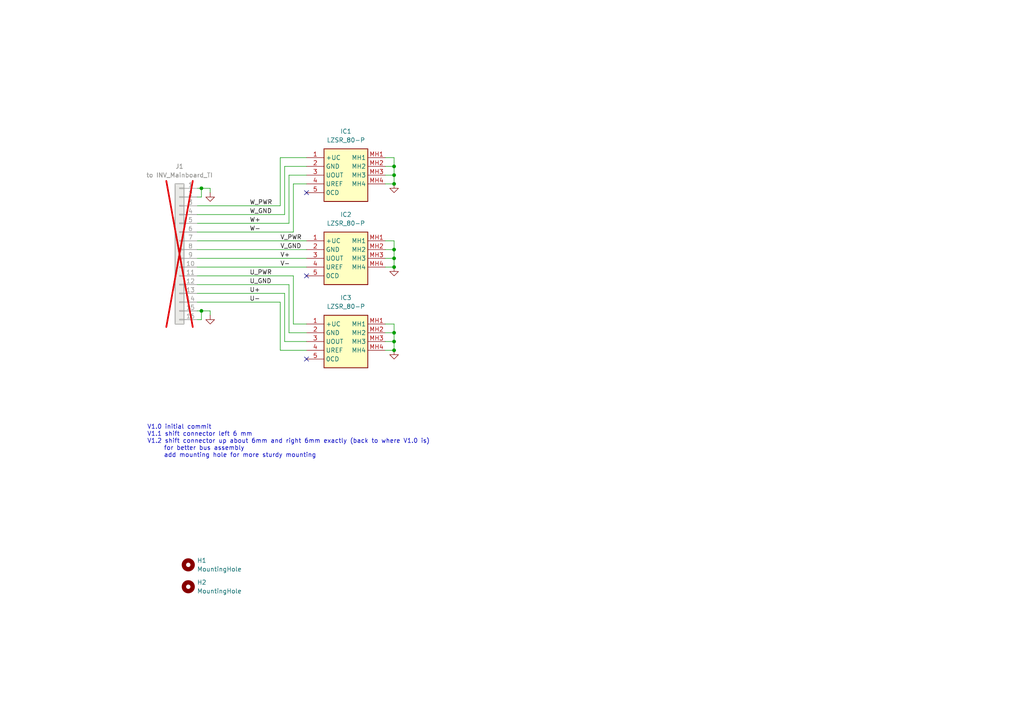
<source format=kicad_sch>
(kicad_sch (version 20231120) (generator "eeschema") (generator_version "8.0")
  (paper "A4")
  (title_block (title "INV_PhaseIsense") (date "2025-05-10") (rev "1.2") (company "NTURacing") (comment 1 "郭哲明 Jack Kuo"))
  (lib_symbols
    (symbol "Connector_Generic:Conn_01x16" (pin_names (offset 1.016) hide)
      (property "Reference" "J" (at 0 20.32 0))
      (property "Value" "Conn_01x16" (at 0 -22.86 0))
      (symbol "Conn_01x16_1_1"
        (rectangle (start -1.27 -20.193) (end 0 -20.447) (stroke (width 0.1524)))
        (rectangle (start -1.27 -17.653) (end 0 -17.907) (stroke (width 0.1524)))
        (rectangle (start -1.27 -15.113) (end 0 -15.367) (stroke (width 0.1524)))
        (rectangle (start -1.27 -12.573) (end 0 -12.827) (stroke (width 0.1524)))
        (rectangle (start -1.27 -10.033) (end 0 -10.287) (stroke (width 0.1524)))
        (rectangle (start -1.27 -7.493) (end 0 -7.747) (stroke (width 0.1524)))
        (rectangle (start -1.27 -4.953) (end 0 -5.207) (stroke (width 0.1524)))
        (rectangle (start -1.27 -2.413) (end 0 -2.667) (stroke (width 0.1524)))
        (rectangle (start -1.27 0.127) (end 0 -0.127) (stroke (width 0.1524)))
        (rectangle (start -1.27 2.667) (end 0 2.413) (stroke (width 0.1524)))
        (rectangle (start -1.27 5.207) (end 0 4.953) (stroke (width 0.1524)))
        (rectangle (start -1.27 7.747) (end 0 7.493) (stroke (width 0.1524)))
        (rectangle (start -1.27 10.287) (end 0 10.033) (stroke (width 0.1524)))
        (rectangle (start -1.27 12.827) (end 0 12.573) (stroke (width 0.1524)))
        (rectangle (start -1.27 15.367) (end 0 15.113) (stroke (width 0.1524)))
        (rectangle (start -1.27 17.907) (end 0 17.653) (stroke (width 0.1524)))
        (rectangle (start -1.27 19.05) (end 1.27 -21.59) (stroke (width 0.254)) (fill (type background)))
        (pin passive line (at -5.08 17.78 0) (length 3.81) (name "Pin_1") (number "1"))
        (pin passive line (at -5.08 -5.08 0) (length 3.81) (name "Pin_10") (number "10"))
        (pin passive line (at -5.08 -7.62 0) (length 3.81) (name "Pin_11") (number "11"))
        (pin passive line (at -5.08 -10.16 0) (length 3.81) (name "Pin_12") (number "12"))
        (pin passive line (at -5.08 -12.7 0) (length 3.81) (name "Pin_13") (number "13"))
        (pin passive line (at -5.08 -15.24 0) (length 3.81) (name "Pin_14") (number "14"))
        (pin passive line (at -5.08 -17.78 0) (length 3.81) (name "Pin_15") (number "15"))
        (pin passive line (at -5.08 -20.32 0) (length 3.81) (name "Pin_16") (number "16"))
        (pin passive line (at -5.08 15.24 0) (length 3.81) (name "Pin_2") (number "2"))
        (pin passive line (at -5.08 12.7 0) (length 3.81) (name "Pin_3") (number "3"))
        (pin passive line (at -5.08 10.16 0) (length 3.81) (name "Pin_4") (number "4"))
        (pin passive line (at -5.08 7.62 0) (length 3.81) (name "Pin_5") (number "5"))
        (pin passive line (at -5.08 5.08 0) (length 3.81) (name "Pin_6") (number "6"))
        (pin passive line (at -5.08 2.54 0) (length 3.81) (name "Pin_7") (number "7"))
        (pin passive line (at -5.08 0 0) (length 3.81) (name "Pin_8") (number "8"))
        (pin passive line (at -5.08 -2.54 0) (length 3.81) (name "Pin_9") (number "9"))
      )
    )
    (symbol "Mechanical:MountingHole" (pin_names (offset 1.016)) (exclude_from_sim yes) (in_bom no)
      (property "Reference" "H" (at 0 5.08 0))
      (property "Value" "MountingHole" (at 0 3.175 0))
      (symbol "MountingHole_0_1"
        (circle (center 0 0) (radius 1.27) (stroke (width 1.27)))
      )
    )
    (symbol "nturt_kicad_lib_EP6:LZSR_80-P"
      (property "Reference" "IC" (at 11.43 4.826 0))
      (property "Value" "LZSR_80-P" (at 11.43 3.048 0))
      (symbol "LZSR_80-P_1_1"
        (rectangle (start 5.08 2.54) (end 17.78 -12.7) (stroke (width 0.254)) (fill (type background)))
        (pin passive line (at 0 0 0) (length 5.08) (name "+UC") (number "1"))
        (pin passive line (at 0 -2.54 0) (length 5.08) (name "GND") (number "2"))
        (pin passive line (at 0 -5.08 0) (length 5.08) (name "UOUT") (number "3"))
        (pin passive line (at 0 -7.62 0) (length 5.08) (name "UREF") (number "4"))
        (pin passive line (at 0 -10.16 0) (length 5.08) (name "0CD") (number "5"))
        (pin passive line (at 22.86 0 180) (length 5.08) (name "MH1") (number "MH1"))
        (pin passive line (at 22.86 -2.54 180) (length 5.08) (name "MH2") (number "MH2"))
        (pin passive line (at 22.86 -5.08 180) (length 5.08) (name "MH3") (number "MH3"))
        (pin passive line (at 22.86 -7.62 180) (length 5.08) (name "MH4") (number "MH4"))
      )
    )
    (symbol "power:GND" (power) (pin_numbers hide) (pin_names (offset 0) hide)
      (property "Value" "GND" (at 0 -3.81 0))
      (symbol "GND_0_1"
        (polyline (pts (xy 0 0) (xy 0 -1.27) (xy 1.27 -1.27) (xy 0 -2.54) (xy -1.27 -1.27) (xy 0 -1.27)))
      )
      (symbol "GND_1_1"
        (pin power_in line (at 0 0 270) (length 0) (name "~") (number "1"))
      )
    )
  )
  (junction (at 114.3 74.93))
  (junction (at 114.3 96.52))
  (junction (at 114.3 77.47))
  (junction (at 114.3 99.06))
  (junction (at 114.3 72.39))
  (junction (at 114.3 50.8))
  (junction (at 58.42 90.17))
  (junction (at 114.3 53.34))
  (junction (at 114.3 48.26))
  (junction (at 58.42 54.61))
  (junction (at 114.3 101.6))
  (no_connect (at 88.9 80.01))
  (no_connect (at 88.9 55.88))
  (no_connect (at 88.9 104.14))
  (wire (pts (xy 114.3 93.98) (xy 114.3 96.52)))
  (wire (pts (xy 114.3 96.52) (xy 111.76 96.52)))
  (wire (pts (xy 114.3 99.06) (xy 114.3 101.6)))
  (wire (pts (xy 114.3 50.8) (xy 111.76 50.8)))
  (wire (pts (xy 114.3 72.39) (xy 111.76 72.39)))
  (wire (pts (xy 114.3 93.98) (xy 111.76 93.98)))
  (wire (pts (xy 57.15 54.61) (xy 58.42 54.61)))
  (wire (pts (xy 83.82 64.77) (xy 57.15 64.77)))
  (wire (pts (xy 83.82 82.55) (xy 83.82 96.52)))
  (wire (pts (xy 82.55 48.26) (xy 88.9 48.26)))
  (wire (pts (xy 85.09 53.34) (xy 88.9 53.34)))
  (wire (pts (xy 114.3 69.85) (xy 114.3 72.39)))
  (wire (pts (xy 57.15 90.17) (xy 58.42 90.17)))
  (wire (pts (xy 82.55 62.23) (xy 57.15 62.23)))
  (wire (pts (xy 82.55 48.26) (xy 82.55 62.23)))
  (wire (pts (xy 57.15 72.39) (xy 88.9 72.39)))
  (wire (pts (xy 83.82 96.52) (xy 88.9 96.52)))
  (wire (pts (xy 81.28 87.63) (xy 81.28 101.6)))
  (wire (pts (xy 82.55 99.06) (xy 88.9 99.06)))
  (wire (pts (xy 114.3 96.52) (xy 114.3 99.06)))
  (wire (pts (xy 57.15 74.93) (xy 88.9 74.93)))
  (wire (pts (xy 57.15 87.63) (xy 81.28 87.63)))
  (wire (pts (xy 82.55 85.09) (xy 82.55 99.06)))
  (wire (pts (xy 114.3 48.26) (xy 111.76 48.26)))
  (wire (pts (xy 114.3 72.39) (xy 114.3 74.93)))
  (wire (pts (xy 114.3 77.47) (xy 111.76 77.47)))
  (wire (pts (xy 114.3 99.06) (xy 111.76 99.06)))
  (wire (pts (xy 83.82 50.8) (xy 83.82 64.77)))
  (wire (pts (xy 83.82 50.8) (xy 88.9 50.8)))
  (wire (pts (xy 57.15 82.55) (xy 83.82 82.55)))
  (wire (pts (xy 58.42 54.61) (xy 60.96 54.61)))
  (wire (pts (xy 114.3 74.93) (xy 111.76 74.93)))
  (wire (pts (xy 81.28 45.72) (xy 81.28 59.69)))
  (wire (pts (xy 57.15 85.09) (xy 82.55 85.09)))
  (wire (pts (xy 60.96 54.61) (xy 60.96 55.88)))
  (wire (pts (xy 58.42 92.71) (xy 58.42 90.17)))
  (wire (pts (xy 60.96 90.17) (xy 60.96 91.44)))
  (wire (pts (xy 114.3 45.72) (xy 111.76 45.72)))
  (wire (pts (xy 114.3 74.93) (xy 114.3 77.47)))
  (wire (pts (xy 57.15 92.71) (xy 58.42 92.71)))
  (wire (pts (xy 114.3 50.8) (xy 114.3 48.26)))
  (wire (pts (xy 81.28 45.72) (xy 88.9 45.72)))
  (wire (pts (xy 85.09 80.01) (xy 85.09 93.98)))
  (wire (pts (xy 114.3 101.6) (xy 111.76 101.6)))
  (wire (pts (xy 57.15 77.47) (xy 88.9 77.47)))
  (wire (pts (xy 85.09 53.34) (xy 85.09 67.31)))
  (wire (pts (xy 114.3 53.34) (xy 114.3 50.8)))
  (wire (pts (xy 81.28 101.6) (xy 88.9 101.6)))
  (wire (pts (xy 58.42 90.17) (xy 60.96 90.17)))
  (wire (pts (xy 114.3 53.34) (xy 111.76 53.34)))
  (wire (pts (xy 58.42 57.15) (xy 58.42 54.61)))
  (wire (pts (xy 114.3 69.85) (xy 111.76 69.85)))
  (wire (pts (xy 85.09 67.31) (xy 57.15 67.31)))
  (wire (pts (xy 85.09 93.98) (xy 88.9 93.98)))
  (wire (pts (xy 114.3 48.26) (xy 114.3 45.72)))
  (wire (pts (xy 57.15 57.15) (xy 58.42 57.15)))
  (wire (pts (xy 81.28 59.69) (xy 57.15 59.69)))
  (wire (pts (xy 57.15 80.01) (xy 85.09 80.01)))
  (wire (pts (xy 57.15 69.85) (xy 88.9 69.85)))
  (text "V1.0 initial commit\nV1.1 shift connector left 6 mm\nV1.2 shift connector up about 6mm and right 6mm exactly (back to where V1.0 is)\n     for better bus assembly\n     add mounting hole for more sturdy mounting " (at 42.672 123.19 0) (effects (font (size 1.27 1.27)) (justify left top)))
  (label "W-" (at 72.39 67.31 0))
  (label "U_PWR" (at 72.39 80.01 0))
  (label "W_PWR" (at 72.39 59.69 0))
  (label "W_GND" (at 72.39 62.23 0))
  (label "U_GND" (at 72.39 82.55 0))
  (label "V_GND" (at 81.28 72.39 0))
  (label "W+" (at 72.39 64.77 0))
  (label "U-" (at 72.39 87.63 0))
  (label "V+" (at 81.28 74.93 0))
  (label "U+" (at 72.39 85.09 0))
  (label "V_PWR" (at 81.28 69.85 0))
  (label "V-" (at 81.28 77.47 0))
  (symbol (lib_id "power:GND") (at 114.3 77.47 0) (unit 1)
    (property "Reference" "#PWR04" (effects (hide yes)))
    (property "Value" "GND" (effects (hide yes)))
    (property "Description" "Power symbol creates a global label with name \"GND\" , ground" (effects (hide yes)))
  )
  (symbol (lib_id "nturt_kicad_lib_EP6:LZSR_80-P") (at 88.9 69.85 0) (unit 1)
    (property "Reference" "IC2" (at 100.33 62.23 0))
    (property "Value" "LZSR_80-P" (at 100.33 64.77 0))
    (property "Footprint" "nturt_kicad_lib_EP6:LZSR80P" (effects (hide yes)))
    (property "Datasheet" "https://www.lem.com/sites/default/files/products_datasheets/lzsr_80-p.pdf" (effects (hide yes)))
    (property "Description" "Current Transducer" (effects (hide yes)))
    (property "Height" "38.35" (effects (hide yes)))
    (property "Manufacturer_Name" "LEM" (effects (hide yes)))
    (property "Manufacturer_Part_Number" "LZSR 80-P" (effects (hide yes)))
  )
  (symbol (lib_id "nturt_kicad_lib_EP6:LZSR_80-P") (at 88.9 93.98 0) (unit 1)
    (property "Reference" "IC3" (at 100.33 86.36 0))
    (property "Value" "LZSR_80-P" (at 100.33 88.9 0))
    (property "Footprint" "nturt_kicad_lib_EP6:LZSR80P" (effects (hide yes)))
    (property "Datasheet" "https://www.lem.com/sites/default/files/products_datasheets/lzsr_80-p.pdf" (effects (hide yes)))
    (property "Description" "Current Transducer" (effects (hide yes)))
    (property "Height" "38.35" (effects (hide yes)))
    (property "Manufacturer_Name" "LEM" (effects (hide yes)))
    (property "Manufacturer_Part_Number" "LZSR 80-P" (effects (hide yes)))
  )
  (symbol (lib_id "Mechanical:MountingHole") (at 54.61 163.83 0) (unit 1) (exclude_from_sim yes) (in_bom no)
    (property "Reference" "H1" (at 57.15 162.5599 0) (effects (justify left)))
    (property "Value" "MountingHole" (at 57.15 165.0999 0) (effects (justify left)))
    (property "Footprint" "MountingHole:MountingHole_3.2mm_M3" (effects (hide yes)))
    (property "Description" "Mounting Hole without connection" (effects (hide yes)))
  )
  (symbol (lib_id "power:GND") (at 60.96 91.44 0) (unit 1)
    (property "Reference" "#PWR03" (effects (hide yes)))
    (property "Value" "GND" (effects (hide yes)))
    (property "Description" "Power symbol creates a global label with name \"GND\" , ground" (effects (hide yes)))
  )
  (symbol (lib_id "nturt_kicad_lib_EP6:LZSR_80-P") (at 88.9 45.72 0) (unit 1)
    (property "Reference" "IC1" (at 100.33 38.1 0))
    (property "Value" "LZSR_80-P" (at 100.33 40.64 0))
    (property "Footprint" "nturt_kicad_lib_EP6:LZSR80P" (effects (hide yes)))
    (property "Datasheet" "https://www.lem.com/sites/default/files/products_datasheets/lzsr_80-p.pdf" (effects (hide yes)))
    (property "Description" "Current Transducer" (effects (hide yes)))
    (property "Height" "38.35" (effects (hide yes)))
    (property "Manufacturer_Name" "LEM" (effects (hide yes)))
    (property "Manufacturer_Part_Number" "LZSR 80-P" (effects (hide yes)))
  )
  (symbol (lib_id "power:GND") (at 114.3 101.6 0) (unit 1)
    (property "Reference" "#PWR05" (effects (hide yes)))
    (property "Value" "GND" (effects (hide yes)))
    (property "Description" "Power symbol creates a global label with name \"GND\" , ground" (effects (hide yes)))
  )
  (symbol (lib_id "power:GND") (at 60.96 55.88 0) (unit 1)
    (property "Reference" "#PWR02" (effects (hide yes)))
    (property "Value" "GND" (effects (hide yes)))
    (property "Description" "Power symbol creates a global label with name \"GND\" , ground" (effects (hide yes)))
  )
  (symbol (lib_id "Mechanical:MountingHole") (at 54.61 170.18 0) (unit 1) (exclude_from_sim yes) (in_bom no)
    (property "Reference" "H2" (at 57.15 168.9099 0) (effects (justify left)))
    (property "Value" "MountingHole" (at 57.15 171.4499 0) (effects (justify left)))
    (property "Footprint" "MountingHole:MountingHole_3.2mm_M3" (effects (hide yes)))
    (property "Description" "Mounting Hole without connection" (effects (hide yes)))
  )
  (symbol (lib_id "power:GND") (at 114.3 53.34 0) (unit 1)
    (property "Reference" "#PWR01" (effects (hide yes)))
    (property "Value" "GND" (effects (hide yes)))
    (property "Description" "Power symbol creates a global label with name \"GND\" , ground" (effects (hide yes)))
  )
  (symbol (lib_id "Connector_Generic:Conn_01x16") (at 52.07 72.39 0) (mirror y) (unit 1) (in_bom no) (dnp yes)
    (property "Reference" "J1" (at 52.07 48.26 0))
    (property "Value" "to INV_Mainboard_TI" (at 52.07 50.8 0))
    (property "Footprint" "Connector_PinHeader_2.54mm:PinHeader_1x16_P2.54mm_Vertical" (effects (hide yes)))
    (property "Description" "Generic connector, single row, 01x16, script generated (kicad-library-utils/schlib/autogen/connector/)" (effects (hide yes)))
  )
)
</source>
